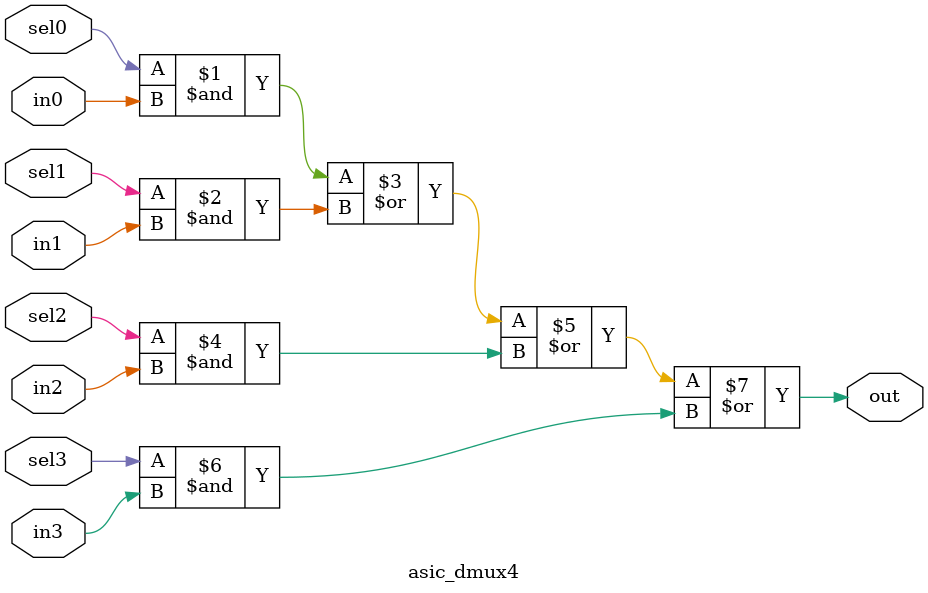
<source format=v>


module asic_dmux4 #(parameter PROP = "DEFAULT")   (
    input  sel3,
    input  sel2,
    input  sel1,
    input  sel0,
    input  in3,
    input  in2,
    input  in1,
    input  in0,
    output out
    );

   assign out = sel0 & in0 |
		sel1 & in1 |
		sel2 & in2 |
		sel3 & in3;

endmodule

</source>
